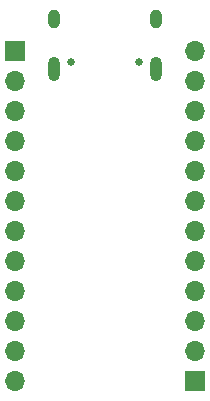
<source format=gbr>
G04 #@! TF.GenerationSoftware,KiCad,Pcbnew,(5.1.7)-1*
G04 #@! TF.CreationDate,2021-03-17T14:13:32-05:00*
G04 #@! TF.ProjectId,keyboard,6b657962-6f61-4726-942e-6b696361645f,rev?*
G04 #@! TF.SameCoordinates,Original*
G04 #@! TF.FileFunction,Soldermask,Bot*
G04 #@! TF.FilePolarity,Negative*
%FSLAX46Y46*%
G04 Gerber Fmt 4.6, Leading zero omitted, Abs format (unit mm)*
G04 Created by KiCad (PCBNEW (5.1.7)-1) date 2021-03-17 14:13:32*
%MOMM*%
%LPD*%
G01*
G04 APERTURE LIST*
%ADD10O,1.700000X1.700000*%
%ADD11R,1.700000X1.700000*%
%ADD12C,0.650000*%
%ADD13O,1.000000X2.100000*%
%ADD14O,1.000000X1.600000*%
G04 APERTURE END LIST*
D10*
X323620000Y-159530000D03*
X323620000Y-162070000D03*
X323620000Y-164610000D03*
X323620000Y-167150000D03*
X323620000Y-169690000D03*
X323620000Y-172230000D03*
X323620000Y-174770000D03*
X323620000Y-177310000D03*
X323620000Y-179850000D03*
X323620000Y-182390000D03*
X323620000Y-184930000D03*
D11*
X323620000Y-187470000D03*
D12*
X313110000Y-160450000D03*
X318890000Y-160450000D03*
D13*
X320320000Y-160980000D03*
X311680000Y-160980000D03*
D14*
X320320000Y-156800000D03*
X311680000Y-156800000D03*
D10*
X308380000Y-187470000D03*
X308380000Y-184930000D03*
X308380000Y-182390000D03*
X308380000Y-179850000D03*
X308380000Y-177310000D03*
X308380000Y-174770000D03*
X308380000Y-172230000D03*
X308380000Y-169690000D03*
X308380000Y-167150000D03*
X308380000Y-164610000D03*
X308380000Y-162070000D03*
D11*
X308380000Y-159530000D03*
M02*

</source>
